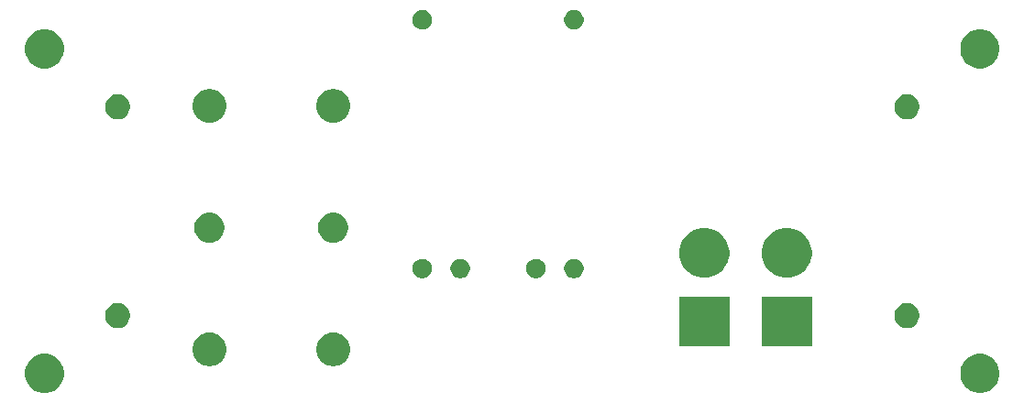
<source format=gbr>
G04 #@! TF.GenerationSoftware,KiCad,Pcbnew,(5.1.5-0-10_14)*
G04 #@! TF.CreationDate,2020-06-18T21:13:27+02:00*
G04 #@! TF.ProjectId,accu,61636375-2e6b-4696-9361-645f70636258,rev?*
G04 #@! TF.SameCoordinates,Original*
G04 #@! TF.FileFunction,Soldermask,Top*
G04 #@! TF.FilePolarity,Negative*
%FSLAX46Y46*%
G04 Gerber Fmt 4.6, Leading zero omitted, Abs format (unit mm)*
G04 Created by KiCad (PCBNEW (5.1.5-0-10_14)) date 2020-06-18 21:13:27*
%MOMM*%
%LPD*%
G04 APERTURE LIST*
%ADD10C,0.100000*%
G04 APERTURE END LIST*
D10*
G36*
X89475331Y-33518211D02*
G01*
X89803092Y-33653974D01*
X90098070Y-33851072D01*
X90348928Y-34101930D01*
X90546026Y-34396908D01*
X90681789Y-34724669D01*
X90751000Y-35072616D01*
X90751000Y-35427384D01*
X90681789Y-35775331D01*
X90546026Y-36103092D01*
X90348928Y-36398070D01*
X90098070Y-36648928D01*
X89803092Y-36846026D01*
X89475331Y-36981789D01*
X89127384Y-37051000D01*
X88772616Y-37051000D01*
X88424669Y-36981789D01*
X88096908Y-36846026D01*
X87801930Y-36648928D01*
X87551072Y-36398070D01*
X87353974Y-36103092D01*
X87218211Y-35775331D01*
X87149000Y-35427384D01*
X87149000Y-35072616D01*
X87218211Y-34724669D01*
X87353974Y-34396908D01*
X87551072Y-34101930D01*
X87801930Y-33851072D01*
X88096908Y-33653974D01*
X88424669Y-33518211D01*
X88772616Y-33449000D01*
X89127384Y-33449000D01*
X89475331Y-33518211D01*
G37*
G36*
X3075331Y-33518211D02*
G01*
X3403092Y-33653974D01*
X3698070Y-33851072D01*
X3948928Y-34101930D01*
X4146026Y-34396908D01*
X4281789Y-34724669D01*
X4351000Y-35072616D01*
X4351000Y-35427384D01*
X4281789Y-35775331D01*
X4146026Y-36103092D01*
X3948928Y-36398070D01*
X3698070Y-36648928D01*
X3403092Y-36846026D01*
X3075331Y-36981789D01*
X2727384Y-37051000D01*
X2372616Y-37051000D01*
X2024669Y-36981789D01*
X1696908Y-36846026D01*
X1401930Y-36648928D01*
X1151072Y-36398070D01*
X953974Y-36103092D01*
X818211Y-35775331D01*
X749000Y-35427384D01*
X749000Y-35072616D01*
X818211Y-34724669D01*
X953974Y-34396908D01*
X1151072Y-34101930D01*
X1401930Y-33851072D01*
X1696908Y-33653974D01*
X2024669Y-33518211D01*
X2372616Y-33449000D01*
X2727384Y-33449000D01*
X3075331Y-33518211D01*
G37*
G36*
X29512585Y-31498802D02*
G01*
X29662410Y-31528604D01*
X29944674Y-31645521D01*
X30198705Y-31815259D01*
X30414741Y-32031295D01*
X30584479Y-32285326D01*
X30701396Y-32567590D01*
X30761000Y-32867240D01*
X30761000Y-33172760D01*
X30701396Y-33472410D01*
X30584479Y-33754674D01*
X30414741Y-34008705D01*
X30198705Y-34224741D01*
X29944674Y-34394479D01*
X29662410Y-34511396D01*
X29512585Y-34541198D01*
X29362761Y-34571000D01*
X29057239Y-34571000D01*
X28907415Y-34541198D01*
X28757590Y-34511396D01*
X28475326Y-34394479D01*
X28221295Y-34224741D01*
X28005259Y-34008705D01*
X27835521Y-33754674D01*
X27718604Y-33472410D01*
X27659000Y-33172760D01*
X27659000Y-32867240D01*
X27718604Y-32567590D01*
X27835521Y-32285326D01*
X28005259Y-32031295D01*
X28221295Y-31815259D01*
X28475326Y-31645521D01*
X28757590Y-31528604D01*
X28907415Y-31498802D01*
X29057239Y-31469000D01*
X29362761Y-31469000D01*
X29512585Y-31498802D01*
G37*
G36*
X18082585Y-31498802D02*
G01*
X18232410Y-31528604D01*
X18514674Y-31645521D01*
X18768705Y-31815259D01*
X18984741Y-32031295D01*
X19154479Y-32285326D01*
X19271396Y-32567590D01*
X19331000Y-32867240D01*
X19331000Y-33172760D01*
X19271396Y-33472410D01*
X19154479Y-33754674D01*
X18984741Y-34008705D01*
X18768705Y-34224741D01*
X18514674Y-34394479D01*
X18232410Y-34511396D01*
X18082585Y-34541198D01*
X17932761Y-34571000D01*
X17627239Y-34571000D01*
X17477415Y-34541198D01*
X17327590Y-34511396D01*
X17045326Y-34394479D01*
X16791295Y-34224741D01*
X16575259Y-34008705D01*
X16405521Y-33754674D01*
X16288604Y-33472410D01*
X16229000Y-33172760D01*
X16229000Y-32867240D01*
X16288604Y-32567590D01*
X16405521Y-32285326D01*
X16575259Y-32031295D01*
X16791295Y-31815259D01*
X17045326Y-31645521D01*
X17327590Y-31528604D01*
X17477415Y-31498802D01*
X17627239Y-31469000D01*
X17932761Y-31469000D01*
X18082585Y-31498802D01*
G37*
G36*
X73421440Y-32781440D02*
G01*
X68818560Y-32781440D01*
X68818560Y-28178560D01*
X73421440Y-28178560D01*
X73421440Y-32781440D01*
G37*
G36*
X65801440Y-32781440D02*
G01*
X61198560Y-32781440D01*
X61198560Y-28178560D01*
X65801440Y-28178560D01*
X65801440Y-32781440D01*
G37*
G36*
X9524549Y-28771116D02*
G01*
X9635734Y-28793232D01*
X9845203Y-28879997D01*
X10033720Y-29005960D01*
X10194040Y-29166280D01*
X10320003Y-29354797D01*
X10406768Y-29564266D01*
X10451000Y-29786636D01*
X10451000Y-30013364D01*
X10406768Y-30235734D01*
X10320003Y-30445203D01*
X10194040Y-30633720D01*
X10033720Y-30794040D01*
X9845203Y-30920003D01*
X9635734Y-31006768D01*
X9524549Y-31028884D01*
X9413365Y-31051000D01*
X9186635Y-31051000D01*
X9075451Y-31028884D01*
X8964266Y-31006768D01*
X8754797Y-30920003D01*
X8566280Y-30794040D01*
X8405960Y-30633720D01*
X8279997Y-30445203D01*
X8193232Y-30235734D01*
X8149000Y-30013364D01*
X8149000Y-29786636D01*
X8193232Y-29564266D01*
X8279997Y-29354797D01*
X8405960Y-29166280D01*
X8566280Y-29005960D01*
X8754797Y-28879997D01*
X8964266Y-28793232D01*
X9075451Y-28771116D01*
X9186635Y-28749000D01*
X9413365Y-28749000D01*
X9524549Y-28771116D01*
G37*
G36*
X82424549Y-28771116D02*
G01*
X82535734Y-28793232D01*
X82745203Y-28879997D01*
X82933720Y-29005960D01*
X83094040Y-29166280D01*
X83220003Y-29354797D01*
X83306768Y-29564266D01*
X83351000Y-29786636D01*
X83351000Y-30013364D01*
X83306768Y-30235734D01*
X83220003Y-30445203D01*
X83094040Y-30633720D01*
X82933720Y-30794040D01*
X82745203Y-30920003D01*
X82535734Y-31006768D01*
X82424549Y-31028884D01*
X82313365Y-31051000D01*
X82086635Y-31051000D01*
X81975451Y-31028884D01*
X81864266Y-31006768D01*
X81654797Y-30920003D01*
X81466280Y-30794040D01*
X81305960Y-30633720D01*
X81179997Y-30445203D01*
X81093232Y-30235734D01*
X81049000Y-30013364D01*
X81049000Y-29786636D01*
X81093232Y-29564266D01*
X81179997Y-29354797D01*
X81305960Y-29166280D01*
X81466280Y-29005960D01*
X81654797Y-28879997D01*
X81864266Y-28793232D01*
X81975451Y-28771116D01*
X82086635Y-28749000D01*
X82313365Y-28749000D01*
X82424549Y-28771116D01*
G37*
G36*
X48063512Y-24663928D02*
G01*
X48212812Y-24693625D01*
X48376784Y-24761545D01*
X48524354Y-24860148D01*
X48649853Y-24985647D01*
X48748456Y-25133217D01*
X48816376Y-25297189D01*
X48851000Y-25471260D01*
X48851000Y-25648742D01*
X48816376Y-25822813D01*
X48748456Y-25986785D01*
X48649853Y-26134355D01*
X48524354Y-26259854D01*
X48376784Y-26358457D01*
X48212812Y-26426377D01*
X48063512Y-26456074D01*
X48038742Y-26461001D01*
X47861258Y-26461001D01*
X47836488Y-26456074D01*
X47687188Y-26426377D01*
X47523216Y-26358457D01*
X47375646Y-26259854D01*
X47250147Y-26134355D01*
X47151544Y-25986785D01*
X47083624Y-25822813D01*
X47049000Y-25648742D01*
X47049000Y-25471260D01*
X47083624Y-25297189D01*
X47151544Y-25133217D01*
X47250147Y-24985647D01*
X47375646Y-24860148D01*
X47523216Y-24761545D01*
X47687188Y-24693625D01*
X47836488Y-24663928D01*
X47861258Y-24659001D01*
X48038742Y-24659001D01*
X48063512Y-24663928D01*
G37*
G36*
X41063512Y-24663928D02*
G01*
X41212812Y-24693625D01*
X41376784Y-24761545D01*
X41524354Y-24860148D01*
X41649853Y-24985647D01*
X41748456Y-25133217D01*
X41816376Y-25297189D01*
X41851000Y-25471260D01*
X41851000Y-25648742D01*
X41816376Y-25822813D01*
X41748456Y-25986785D01*
X41649853Y-26134355D01*
X41524354Y-26259854D01*
X41376784Y-26358457D01*
X41212812Y-26426377D01*
X41063512Y-26456074D01*
X41038742Y-26461001D01*
X40861258Y-26461001D01*
X40836488Y-26456074D01*
X40687188Y-26426377D01*
X40523216Y-26358457D01*
X40375646Y-26259854D01*
X40250147Y-26134355D01*
X40151544Y-25986785D01*
X40083624Y-25822813D01*
X40049000Y-25648742D01*
X40049000Y-25471260D01*
X40083624Y-25297189D01*
X40151544Y-25133217D01*
X40250147Y-24985647D01*
X40375646Y-24860148D01*
X40523216Y-24761545D01*
X40687188Y-24693625D01*
X40836488Y-24663928D01*
X40861258Y-24659001D01*
X41038742Y-24659001D01*
X41063512Y-24663928D01*
G37*
G36*
X37563512Y-24663928D02*
G01*
X37712812Y-24693625D01*
X37876784Y-24761545D01*
X38024354Y-24860148D01*
X38149853Y-24985647D01*
X38248456Y-25133217D01*
X38316376Y-25297189D01*
X38351000Y-25471260D01*
X38351000Y-25648742D01*
X38316376Y-25822813D01*
X38248456Y-25986785D01*
X38149853Y-26134355D01*
X38024354Y-26259854D01*
X37876784Y-26358457D01*
X37712812Y-26426377D01*
X37563512Y-26456074D01*
X37538742Y-26461001D01*
X37361258Y-26461001D01*
X37336488Y-26456074D01*
X37187188Y-26426377D01*
X37023216Y-26358457D01*
X36875646Y-26259854D01*
X36750147Y-26134355D01*
X36651544Y-25986785D01*
X36583624Y-25822813D01*
X36549000Y-25648742D01*
X36549000Y-25471260D01*
X36583624Y-25297189D01*
X36651544Y-25133217D01*
X36750147Y-24985647D01*
X36875646Y-24860148D01*
X37023216Y-24761545D01*
X37187188Y-24693625D01*
X37336488Y-24663928D01*
X37361258Y-24659001D01*
X37538742Y-24659001D01*
X37563512Y-24663928D01*
G37*
G36*
X51563512Y-24663928D02*
G01*
X51712812Y-24693625D01*
X51876784Y-24761545D01*
X52024354Y-24860148D01*
X52149853Y-24985647D01*
X52248456Y-25133217D01*
X52316376Y-25297189D01*
X52351000Y-25471260D01*
X52351000Y-25648742D01*
X52316376Y-25822813D01*
X52248456Y-25986785D01*
X52149853Y-26134355D01*
X52024354Y-26259854D01*
X51876784Y-26358457D01*
X51712812Y-26426377D01*
X51563512Y-26456074D01*
X51538742Y-26461001D01*
X51361258Y-26461001D01*
X51336488Y-26456074D01*
X51187188Y-26426377D01*
X51023216Y-26358457D01*
X50875646Y-26259854D01*
X50750147Y-26134355D01*
X50651544Y-25986785D01*
X50583624Y-25822813D01*
X50549000Y-25648742D01*
X50549000Y-25471260D01*
X50583624Y-25297189D01*
X50651544Y-25133217D01*
X50750147Y-24985647D01*
X50875646Y-24860148D01*
X51023216Y-24761545D01*
X51187188Y-24693625D01*
X51336488Y-24663928D01*
X51361258Y-24659001D01*
X51538742Y-24659001D01*
X51563512Y-24663928D01*
G37*
G36*
X71791304Y-21917002D02*
G01*
X72210139Y-22090489D01*
X72210141Y-22090490D01*
X72342092Y-22178657D01*
X72587082Y-22342354D01*
X72907646Y-22662918D01*
X72907758Y-22663086D01*
X73140595Y-23011550D01*
X73159511Y-23039861D01*
X73332998Y-23458696D01*
X73421440Y-23903327D01*
X73421440Y-24356673D01*
X73332998Y-24801304D01*
X73256640Y-24985648D01*
X73159510Y-25220141D01*
X72907645Y-25597083D01*
X72587083Y-25917645D01*
X72210141Y-26169510D01*
X72210140Y-26169511D01*
X72210139Y-26169511D01*
X71791304Y-26342998D01*
X71346673Y-26431440D01*
X70893327Y-26431440D01*
X70448696Y-26342998D01*
X70029861Y-26169511D01*
X70029860Y-26169511D01*
X70029859Y-26169510D01*
X69652917Y-25917645D01*
X69332355Y-25597083D01*
X69080490Y-25220141D01*
X68983360Y-24985648D01*
X68907002Y-24801304D01*
X68818560Y-24356673D01*
X68818560Y-23903327D01*
X68907002Y-23458696D01*
X69080489Y-23039861D01*
X69099406Y-23011550D01*
X69332242Y-22663086D01*
X69332354Y-22662918D01*
X69652918Y-22342354D01*
X69897908Y-22178657D01*
X70029859Y-22090490D01*
X70029861Y-22090489D01*
X70448696Y-21917002D01*
X70893327Y-21828560D01*
X71346673Y-21828560D01*
X71791304Y-21917002D01*
G37*
G36*
X64171304Y-21917002D02*
G01*
X64590139Y-22090489D01*
X64590141Y-22090490D01*
X64722092Y-22178657D01*
X64967082Y-22342354D01*
X65287646Y-22662918D01*
X65287758Y-22663086D01*
X65520595Y-23011550D01*
X65539511Y-23039861D01*
X65712998Y-23458696D01*
X65801440Y-23903327D01*
X65801440Y-24356673D01*
X65712998Y-24801304D01*
X65636640Y-24985648D01*
X65539510Y-25220141D01*
X65287645Y-25597083D01*
X64967083Y-25917645D01*
X64590141Y-26169510D01*
X64590140Y-26169511D01*
X64590139Y-26169511D01*
X64171304Y-26342998D01*
X63726673Y-26431440D01*
X63273327Y-26431440D01*
X62828696Y-26342998D01*
X62409861Y-26169511D01*
X62409860Y-26169511D01*
X62409859Y-26169510D01*
X62032917Y-25917645D01*
X61712355Y-25597083D01*
X61460490Y-25220141D01*
X61363360Y-24985648D01*
X61287002Y-24801304D01*
X61198560Y-24356673D01*
X61198560Y-23903327D01*
X61287002Y-23458696D01*
X61460489Y-23039861D01*
X61479406Y-23011550D01*
X61712242Y-22663086D01*
X61712354Y-22662918D01*
X62032918Y-22342354D01*
X62277908Y-22178657D01*
X62409859Y-22090490D01*
X62409861Y-22090489D01*
X62828696Y-21917002D01*
X63273327Y-21828560D01*
X63726673Y-21828560D01*
X64171304Y-21917002D01*
G37*
G36*
X29528433Y-20404893D02*
G01*
X29618657Y-20422839D01*
X29724267Y-20466585D01*
X29873621Y-20528449D01*
X29873622Y-20528450D01*
X30103086Y-20681772D01*
X30298228Y-20876914D01*
X30400675Y-21030237D01*
X30451551Y-21106379D01*
X30557161Y-21361344D01*
X30611000Y-21632012D01*
X30611000Y-21907988D01*
X30557161Y-22178656D01*
X30451551Y-22433621D01*
X30451550Y-22433622D01*
X30298228Y-22663086D01*
X30103086Y-22858228D01*
X29949763Y-22960675D01*
X29873621Y-23011551D01*
X29724267Y-23073415D01*
X29618657Y-23117161D01*
X29528433Y-23135107D01*
X29347988Y-23171000D01*
X29072012Y-23171000D01*
X28891567Y-23135107D01*
X28801343Y-23117161D01*
X28695733Y-23073415D01*
X28546379Y-23011551D01*
X28470237Y-22960675D01*
X28316914Y-22858228D01*
X28121772Y-22663086D01*
X27968450Y-22433622D01*
X27968449Y-22433621D01*
X27862839Y-22178656D01*
X27809000Y-21907988D01*
X27809000Y-21632012D01*
X27862839Y-21361344D01*
X27968449Y-21106379D01*
X28019325Y-21030237D01*
X28121772Y-20876914D01*
X28316914Y-20681772D01*
X28546378Y-20528450D01*
X28546379Y-20528449D01*
X28695733Y-20466585D01*
X28801343Y-20422839D01*
X28891567Y-20404893D01*
X29072012Y-20369000D01*
X29347988Y-20369000D01*
X29528433Y-20404893D01*
G37*
G36*
X18098433Y-20404893D02*
G01*
X18188657Y-20422839D01*
X18294267Y-20466585D01*
X18443621Y-20528449D01*
X18443622Y-20528450D01*
X18673086Y-20681772D01*
X18868228Y-20876914D01*
X18970675Y-21030237D01*
X19021551Y-21106379D01*
X19127161Y-21361344D01*
X19181000Y-21632012D01*
X19181000Y-21907988D01*
X19127161Y-22178656D01*
X19021551Y-22433621D01*
X19021550Y-22433622D01*
X18868228Y-22663086D01*
X18673086Y-22858228D01*
X18519763Y-22960675D01*
X18443621Y-23011551D01*
X18294267Y-23073415D01*
X18188657Y-23117161D01*
X18098433Y-23135107D01*
X17917988Y-23171000D01*
X17642012Y-23171000D01*
X17461567Y-23135107D01*
X17371343Y-23117161D01*
X17265733Y-23073415D01*
X17116379Y-23011551D01*
X17040237Y-22960675D01*
X16886914Y-22858228D01*
X16691772Y-22663086D01*
X16538450Y-22433622D01*
X16538449Y-22433621D01*
X16432839Y-22178656D01*
X16379000Y-21907988D01*
X16379000Y-21632012D01*
X16432839Y-21361344D01*
X16538449Y-21106379D01*
X16589325Y-21030237D01*
X16691772Y-20876914D01*
X16886914Y-20681772D01*
X17116378Y-20528450D01*
X17116379Y-20528449D01*
X17265733Y-20466585D01*
X17371343Y-20422839D01*
X17461567Y-20404893D01*
X17642012Y-20369000D01*
X17917988Y-20369000D01*
X18098433Y-20404893D01*
G37*
G36*
X29512585Y-8998802D02*
G01*
X29662410Y-9028604D01*
X29944674Y-9145521D01*
X30198705Y-9315259D01*
X30414741Y-9531295D01*
X30584479Y-9785326D01*
X30701396Y-10067590D01*
X30701396Y-10067591D01*
X30761000Y-10367239D01*
X30761000Y-10672761D01*
X30752923Y-10713365D01*
X30701396Y-10972410D01*
X30584479Y-11254674D01*
X30414741Y-11508705D01*
X30198705Y-11724741D01*
X29944674Y-11894479D01*
X29662410Y-12011396D01*
X29512585Y-12041198D01*
X29362761Y-12071000D01*
X29057239Y-12071000D01*
X28907415Y-12041198D01*
X28757590Y-12011396D01*
X28475326Y-11894479D01*
X28221295Y-11724741D01*
X28005259Y-11508705D01*
X27835521Y-11254674D01*
X27718604Y-10972410D01*
X27667077Y-10713365D01*
X27659000Y-10672761D01*
X27659000Y-10367239D01*
X27718604Y-10067591D01*
X27718604Y-10067590D01*
X27835521Y-9785326D01*
X28005259Y-9531295D01*
X28221295Y-9315259D01*
X28475326Y-9145521D01*
X28757590Y-9028604D01*
X28907415Y-8998802D01*
X29057239Y-8969000D01*
X29362761Y-8969000D01*
X29512585Y-8998802D01*
G37*
G36*
X18082585Y-8998802D02*
G01*
X18232410Y-9028604D01*
X18514674Y-9145521D01*
X18768705Y-9315259D01*
X18984741Y-9531295D01*
X19154479Y-9785326D01*
X19271396Y-10067590D01*
X19271396Y-10067591D01*
X19331000Y-10367239D01*
X19331000Y-10672761D01*
X19322923Y-10713365D01*
X19271396Y-10972410D01*
X19154479Y-11254674D01*
X18984741Y-11508705D01*
X18768705Y-11724741D01*
X18514674Y-11894479D01*
X18232410Y-12011396D01*
X18082585Y-12041198D01*
X17932761Y-12071000D01*
X17627239Y-12071000D01*
X17477415Y-12041198D01*
X17327590Y-12011396D01*
X17045326Y-11894479D01*
X16791295Y-11724741D01*
X16575259Y-11508705D01*
X16405521Y-11254674D01*
X16288604Y-10972410D01*
X16237077Y-10713365D01*
X16229000Y-10672761D01*
X16229000Y-10367239D01*
X16288604Y-10067591D01*
X16288604Y-10067590D01*
X16405521Y-9785326D01*
X16575259Y-9531295D01*
X16791295Y-9315259D01*
X17045326Y-9145521D01*
X17327590Y-9028604D01*
X17477415Y-8998802D01*
X17627239Y-8969000D01*
X17932761Y-8969000D01*
X18082585Y-8998802D01*
G37*
G36*
X82424549Y-9471116D02*
G01*
X82535734Y-9493232D01*
X82745203Y-9579997D01*
X82933720Y-9705960D01*
X83094040Y-9866280D01*
X83220003Y-10054797D01*
X83220004Y-10054799D01*
X83245416Y-10116150D01*
X83306768Y-10264266D01*
X83351000Y-10486636D01*
X83351000Y-10713364D01*
X83306768Y-10935734D01*
X83220003Y-11145203D01*
X83094040Y-11333720D01*
X82933720Y-11494040D01*
X82745203Y-11620003D01*
X82535734Y-11706768D01*
X82445382Y-11724740D01*
X82313365Y-11751000D01*
X82086635Y-11751000D01*
X81954618Y-11724740D01*
X81864266Y-11706768D01*
X81654797Y-11620003D01*
X81466280Y-11494040D01*
X81305960Y-11333720D01*
X81179997Y-11145203D01*
X81093232Y-10935734D01*
X81049000Y-10713364D01*
X81049000Y-10486636D01*
X81093232Y-10264266D01*
X81154584Y-10116150D01*
X81179996Y-10054799D01*
X81179997Y-10054797D01*
X81305960Y-9866280D01*
X81466280Y-9705960D01*
X81654797Y-9579997D01*
X81864266Y-9493232D01*
X81975451Y-9471116D01*
X82086635Y-9449000D01*
X82313365Y-9449000D01*
X82424549Y-9471116D01*
G37*
G36*
X9524549Y-9471116D02*
G01*
X9635734Y-9493232D01*
X9845203Y-9579997D01*
X10033720Y-9705960D01*
X10194040Y-9866280D01*
X10320003Y-10054797D01*
X10320004Y-10054799D01*
X10345416Y-10116150D01*
X10406768Y-10264266D01*
X10451000Y-10486636D01*
X10451000Y-10713364D01*
X10406768Y-10935734D01*
X10320003Y-11145203D01*
X10194040Y-11333720D01*
X10033720Y-11494040D01*
X9845203Y-11620003D01*
X9635734Y-11706768D01*
X9545382Y-11724740D01*
X9413365Y-11751000D01*
X9186635Y-11751000D01*
X9054618Y-11724740D01*
X8964266Y-11706768D01*
X8754797Y-11620003D01*
X8566280Y-11494040D01*
X8405960Y-11333720D01*
X8279997Y-11145203D01*
X8193232Y-10935734D01*
X8149000Y-10713364D01*
X8149000Y-10486636D01*
X8193232Y-10264266D01*
X8254584Y-10116150D01*
X8279996Y-10054799D01*
X8279997Y-10054797D01*
X8405960Y-9866280D01*
X8566280Y-9705960D01*
X8754797Y-9579997D01*
X8964266Y-9493232D01*
X9075451Y-9471116D01*
X9186635Y-9449000D01*
X9413365Y-9449000D01*
X9524549Y-9471116D01*
G37*
G36*
X3075331Y-3518211D02*
G01*
X3403092Y-3653974D01*
X3698070Y-3851072D01*
X3948928Y-4101930D01*
X4146026Y-4396908D01*
X4281789Y-4724669D01*
X4351000Y-5072616D01*
X4351000Y-5427384D01*
X4281789Y-5775331D01*
X4146026Y-6103092D01*
X3948928Y-6398070D01*
X3698070Y-6648928D01*
X3403092Y-6846026D01*
X3075331Y-6981789D01*
X2727384Y-7051000D01*
X2372616Y-7051000D01*
X2024669Y-6981789D01*
X1696908Y-6846026D01*
X1401930Y-6648928D01*
X1151072Y-6398070D01*
X953974Y-6103092D01*
X818211Y-5775331D01*
X749000Y-5427384D01*
X749000Y-5072616D01*
X818211Y-4724669D01*
X953974Y-4396908D01*
X1151072Y-4101930D01*
X1401930Y-3851072D01*
X1696908Y-3653974D01*
X2024669Y-3518211D01*
X2372616Y-3449000D01*
X2727384Y-3449000D01*
X3075331Y-3518211D01*
G37*
G36*
X89475331Y-3518211D02*
G01*
X89803092Y-3653974D01*
X90098070Y-3851072D01*
X90348928Y-4101930D01*
X90546026Y-4396908D01*
X90681789Y-4724669D01*
X90751000Y-5072616D01*
X90751000Y-5427384D01*
X90681789Y-5775331D01*
X90546026Y-6103092D01*
X90348928Y-6398070D01*
X90098070Y-6648928D01*
X89803092Y-6846026D01*
X89475331Y-6981789D01*
X89127384Y-7051000D01*
X88772616Y-7051000D01*
X88424669Y-6981789D01*
X88096908Y-6846026D01*
X87801930Y-6648928D01*
X87551072Y-6398070D01*
X87353974Y-6103092D01*
X87218211Y-5775331D01*
X87149000Y-5427384D01*
X87149000Y-5072616D01*
X87218211Y-4724669D01*
X87353974Y-4396908D01*
X87551072Y-4101930D01*
X87801930Y-3851072D01*
X88096908Y-3653974D01*
X88424669Y-3518211D01*
X88772616Y-3449000D01*
X89127384Y-3449000D01*
X89475331Y-3518211D01*
G37*
G36*
X37563512Y-1663928D02*
G01*
X37712812Y-1693625D01*
X37876784Y-1761545D01*
X38024354Y-1860148D01*
X38149853Y-1985647D01*
X38248456Y-2133217D01*
X38316376Y-2297189D01*
X38351000Y-2471260D01*
X38351000Y-2648742D01*
X38316376Y-2822813D01*
X38248456Y-2986785D01*
X38149853Y-3134355D01*
X38024354Y-3259854D01*
X37876784Y-3358457D01*
X37712812Y-3426377D01*
X37563512Y-3456074D01*
X37538742Y-3461001D01*
X37361258Y-3461001D01*
X37336488Y-3456074D01*
X37187188Y-3426377D01*
X37023216Y-3358457D01*
X36875646Y-3259854D01*
X36750147Y-3134355D01*
X36651544Y-2986785D01*
X36583624Y-2822813D01*
X36549000Y-2648742D01*
X36549000Y-2471260D01*
X36583624Y-2297189D01*
X36651544Y-2133217D01*
X36750147Y-1985647D01*
X36875646Y-1860148D01*
X37023216Y-1761545D01*
X37187188Y-1693625D01*
X37336488Y-1663928D01*
X37361258Y-1659001D01*
X37538742Y-1659001D01*
X37563512Y-1663928D01*
G37*
G36*
X51563512Y-1663928D02*
G01*
X51712812Y-1693625D01*
X51876784Y-1761545D01*
X52024354Y-1860148D01*
X52149853Y-1985647D01*
X52248456Y-2133217D01*
X52316376Y-2297189D01*
X52351000Y-2471260D01*
X52351000Y-2648742D01*
X52316376Y-2822813D01*
X52248456Y-2986785D01*
X52149853Y-3134355D01*
X52024354Y-3259854D01*
X51876784Y-3358457D01*
X51712812Y-3426377D01*
X51563512Y-3456074D01*
X51538742Y-3461001D01*
X51361258Y-3461001D01*
X51336488Y-3456074D01*
X51187188Y-3426377D01*
X51023216Y-3358457D01*
X50875646Y-3259854D01*
X50750147Y-3134355D01*
X50651544Y-2986785D01*
X50583624Y-2822813D01*
X50549000Y-2648742D01*
X50549000Y-2471260D01*
X50583624Y-2297189D01*
X50651544Y-2133217D01*
X50750147Y-1985647D01*
X50875646Y-1860148D01*
X51023216Y-1761545D01*
X51187188Y-1693625D01*
X51336488Y-1663928D01*
X51361258Y-1659001D01*
X51538742Y-1659001D01*
X51563512Y-1663928D01*
G37*
M02*

</source>
